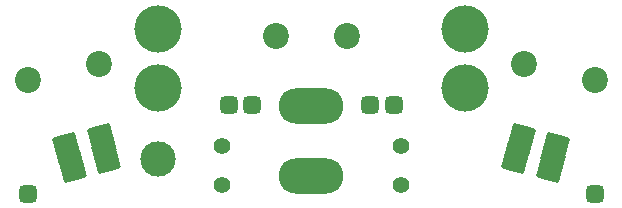
<source format=gbs>
G04 #@! TF.GenerationSoftware,KiCad,Pcbnew,(6.0.0)*
G04 #@! TF.CreationDate,2022-01-15T04:49:46-05:00*
G04 #@! TF.ProjectId,spin-tgd-power,7370696e-2d74-4676-942d-706f7765722e,rev?*
G04 #@! TF.SameCoordinates,Original*
G04 #@! TF.FileFunction,Soldermask,Bot*
G04 #@! TF.FilePolarity,Negative*
%FSLAX46Y46*%
G04 Gerber Fmt 4.6, Leading zero omitted, Abs format (unit mm)*
G04 Created by KiCad (PCBNEW (6.0.0)) date 2022-01-15 04:49:46*
%MOMM*%
%LPD*%
G01*
G04 APERTURE LIST*
G04 Aperture macros list*
%AMRoundRect*
0 Rectangle with rounded corners*
0 $1 Rounding radius*
0 $2 $3 $4 $5 $6 $7 $8 $9 X,Y pos of 4 corners*
0 Add a 4 corners polygon primitive as box body*
4,1,4,$2,$3,$4,$5,$6,$7,$8,$9,$2,$3,0*
0 Add four circle primitives for the rounded corners*
1,1,$1+$1,$2,$3*
1,1,$1+$1,$4,$5*
1,1,$1+$1,$6,$7*
1,1,$1+$1,$8,$9*
0 Add four rect primitives between the rounded corners*
20,1,$1+$1,$2,$3,$4,$5,0*
20,1,$1+$1,$4,$5,$6,$7,0*
20,1,$1+$1,$6,$7,$8,$9,0*
20,1,$1+$1,$8,$9,$2,$3,0*%
G04 Aperture macros list end*
%ADD10C,4.000000*%
%ADD11C,1.400000*%
%ADD12C,2.200000*%
%ADD13RoundRect,0.375000X-0.375000X-0.375000X0.375000X-0.375000X0.375000X0.375000X-0.375000X0.375000X0*%
%ADD14C,3.000000*%
%ADD15RoundRect,0.200000X0.500981X1.221277X-1.044501X0.807167X-0.500981X-1.221277X1.044501X-0.807167X0*%
%ADD16RoundRect,0.200000X-0.500981X-1.221277X1.044501X-0.807167X0.500981X1.221277X-1.044501X0.807167X0*%
%ADD17RoundRect,0.200000X1.044501X0.807167X-0.500981X1.221277X-1.044501X-0.807167X0.500981X-1.221277X0*%
%ADD18RoundRect,0.200000X-1.044501X-0.807167X0.500981X-1.221277X1.044501X0.807167X-0.500981X1.221277X0*%
%ADD19RoundRect,1.500000X-1.250000X0.000000X-1.250000X0.000000X1.250000X0.000000X1.250000X0.000000X0*%
G04 APERTURE END LIST*
D10*
X-13000000Y-3000000D03*
X-13000000Y-8000000D03*
X13000000Y-8000000D03*
X13000000Y-3000000D03*
D11*
X7600000Y-16250000D03*
X7600000Y-12950000D03*
X-7600000Y-16250000D03*
X-7600000Y-12950000D03*
D12*
X3000000Y-3600000D03*
D13*
X-24000000Y-17000000D03*
X24000000Y-17000000D03*
D14*
X-13000000Y-14000000D03*
D13*
X-7000000Y-9450000D03*
X-5000000Y-9450000D03*
X5000000Y-9450000D03*
X7000000Y-9450000D03*
D12*
X-3000000Y-3600000D03*
D15*
X-17356997Y-13836216D03*
D16*
X-17745225Y-12387327D03*
X-20643003Y-13163784D03*
D15*
X-20254775Y-14612673D03*
D17*
X17356997Y-13836216D03*
D18*
X17745225Y-12387327D03*
X20643003Y-13163784D03*
D17*
X20254775Y-14612673D03*
D12*
X24000000Y-7300000D03*
X18000000Y-6000000D03*
X-18000000Y-6000000D03*
X-24000000Y-7300000D03*
D19*
X0Y-15500000D03*
X0Y-9500000D03*
M02*

</source>
